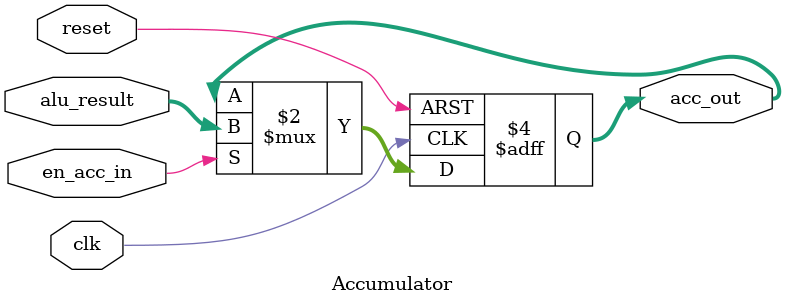
<source format=v>
module Accumulator(
    input clk,
    input reset,
    input en_acc_in,
    input [7:0] alu_result,
    output reg [7:0] acc_out
);
    
    always @(posedge clk or posedge reset) begin
        if (reset)
            acc_out <= 8'd0;
        else if (en_acc_in)
            acc_out <= alu_result;
    end
endmodule

</source>
